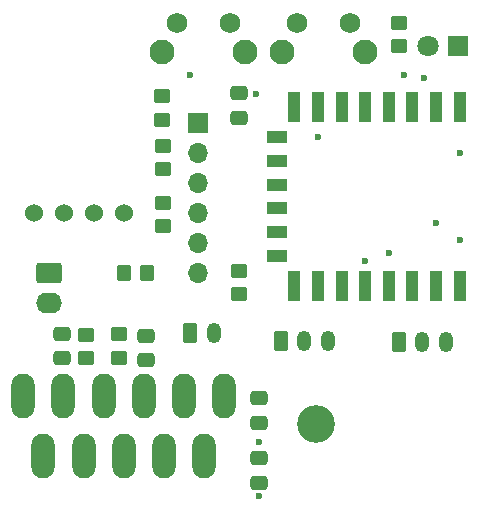
<source format=gbr>
%TF.GenerationSoftware,KiCad,Pcbnew,7.0.7-7.0.7~ubuntu22.04.1*%
%TF.CreationDate,2023-09-11T18:28:41+01:00*%
%TF.ProjectId,Blinder,426c696e-6465-4722-9e6b-696361645f70,rev?*%
%TF.SameCoordinates,Original*%
%TF.FileFunction,Soldermask,Top*%
%TF.FilePolarity,Negative*%
%FSLAX46Y46*%
G04 Gerber Fmt 4.6, Leading zero omitted, Abs format (unit mm)*
G04 Created by KiCad (PCBNEW 7.0.7-7.0.7~ubuntu22.04.1) date 2023-09-11 18:28:41*
%MOMM*%
%LPD*%
G01*
G04 APERTURE LIST*
G04 Aperture macros list*
%AMRoundRect*
0 Rectangle with rounded corners*
0 $1 Rounding radius*
0 $2 $3 $4 $5 $6 $7 $8 $9 X,Y pos of 4 corners*
0 Add a 4 corners polygon primitive as box body*
4,1,4,$2,$3,$4,$5,$6,$7,$8,$9,$2,$3,0*
0 Add four circle primitives for the rounded corners*
1,1,$1+$1,$2,$3*
1,1,$1+$1,$4,$5*
1,1,$1+$1,$6,$7*
1,1,$1+$1,$8,$9*
0 Add four rect primitives between the rounded corners*
20,1,$1+$1,$2,$3,$4,$5,0*
20,1,$1+$1,$4,$5,$6,$7,0*
20,1,$1+$1,$6,$7,$8,$9,0*
20,1,$1+$1,$8,$9,$2,$3,0*%
G04 Aperture macros list end*
%ADD10R,1.800000X1.800000*%
%ADD11C,1.800000*%
%ADD12R,1.000000X2.500000*%
%ADD13R,1.800000X1.000000*%
%ADD14O,2.004000X3.804000*%
%ADD15C,3.200000*%
%ADD16RoundRect,0.250000X-0.350000X-0.625000X0.350000X-0.625000X0.350000X0.625000X-0.350000X0.625000X0*%
%ADD17O,1.200000X1.750000*%
%ADD18C,2.100000*%
%ADD19C,1.750000*%
%ADD20RoundRect,0.250000X0.450000X-0.350000X0.450000X0.350000X-0.450000X0.350000X-0.450000X-0.350000X0*%
%ADD21RoundRect,0.250000X-0.475000X0.337500X-0.475000X-0.337500X0.475000X-0.337500X0.475000X0.337500X0*%
%ADD22O,1.700000X1.700000*%
%ADD23R,1.700000X1.700000*%
%ADD24RoundRect,0.250000X0.475000X-0.337500X0.475000X0.337500X-0.475000X0.337500X-0.475000X-0.337500X0*%
%ADD25O,2.190000X1.740000*%
%ADD26RoundRect,0.250000X-0.845000X0.620000X-0.845000X-0.620000X0.845000X-0.620000X0.845000X0.620000X0*%
%ADD27RoundRect,0.250000X-0.450000X0.350000X-0.450000X-0.350000X0.450000X-0.350000X0.450000X0.350000X0*%
%ADD28C,1.524000*%
%ADD29RoundRect,0.250000X0.350000X0.450000X-0.350000X0.450000X-0.350000X-0.450000X0.350000X-0.450000X0*%
%ADD30C,0.600000*%
G04 APERTURE END LIST*
D10*
%TO.C,D1*%
X74000000Y-24000000D03*
D11*
X71460000Y-24000000D03*
%TD*%
D12*
%TO.C,U2*%
X74168000Y-44323000D03*
X72168000Y-44323000D03*
X70168000Y-44323000D03*
X68168000Y-44323000D03*
X66168000Y-44323000D03*
X64168000Y-44323000D03*
X62168000Y-44323000D03*
X60168000Y-44323000D03*
D13*
X58668000Y-41723000D03*
X58668000Y-39723000D03*
X58668000Y-37723000D03*
X58668000Y-35723000D03*
X58668000Y-33723000D03*
X58668000Y-31723000D03*
D12*
X60168000Y-29123000D03*
X62168000Y-29123000D03*
X64168000Y-29123000D03*
X66168000Y-29123000D03*
X68168000Y-29123000D03*
X70168000Y-29123000D03*
X72168000Y-29123000D03*
X74168000Y-29123000D03*
%TD*%
D14*
%TO.C,IC1*%
X37220000Y-53650000D03*
X38920000Y-58730000D03*
X40620000Y-53650000D03*
X42320000Y-58730000D03*
X44020000Y-53650000D03*
X45720000Y-58730000D03*
X47420000Y-53650000D03*
X49120000Y-58730000D03*
X50820000Y-53650000D03*
X52520000Y-58730000D03*
X54220000Y-53650000D03*
%TD*%
D15*
%TO.C,REF\u002A\u002A*%
X62000000Y-56000000D03*
%TD*%
D16*
%TO.C,J5*%
X51340000Y-48260000D03*
D17*
X53340000Y-48260000D03*
%TD*%
D18*
%TO.C,SW2*%
X48950000Y-24490000D03*
X55960000Y-24490000D03*
D19*
X50200000Y-22000000D03*
X54700000Y-22000000D03*
%TD*%
D20*
%TO.C,R8*%
X42545000Y-48419000D03*
X42545000Y-50419000D03*
%TD*%
D21*
%TO.C,C5*%
X57150000Y-53805000D03*
X57150000Y-55880000D03*
%TD*%
D17*
%TO.C,J3*%
X63000000Y-48980000D03*
X61000000Y-48980000D03*
D16*
X59000000Y-48980000D03*
%TD*%
D20*
%TO.C,R1*%
X49022000Y-32417000D03*
X49022000Y-34417000D03*
%TD*%
D22*
%TO.C,J2*%
X52000000Y-43180000D03*
X52000000Y-40640000D03*
X52000000Y-38100000D03*
X52000000Y-35560000D03*
X52000000Y-33020000D03*
D23*
X52000000Y-30480000D03*
%TD*%
D24*
%TO.C,C2*%
X40513000Y-50419000D03*
X40513000Y-48344000D03*
%TD*%
D17*
%TO.C,J4*%
X73000000Y-49000000D03*
X71000000Y-49000000D03*
D16*
X69000000Y-49000000D03*
%TD*%
D25*
%TO.C,J1*%
X39370000Y-45720000D03*
D26*
X39370000Y-43180000D03*
%TD*%
D27*
%TO.C,R3*%
X49022000Y-39243000D03*
X49022000Y-37243000D03*
%TD*%
D28*
%TO.C,U1*%
X38100000Y-38100000D03*
X40640000Y-38100000D03*
X43180000Y-38100000D03*
X45720000Y-38100000D03*
%TD*%
D24*
%TO.C,C1*%
X55500000Y-30075000D03*
X55500000Y-28000000D03*
%TD*%
D20*
%TO.C,R2*%
X49000000Y-28210000D03*
X49000000Y-30210000D03*
%TD*%
D24*
%TO.C,C4*%
X47625000Y-50567500D03*
X47625000Y-48492500D03*
%TD*%
D21*
%TO.C,C3*%
X57150000Y-58885000D03*
X57150000Y-60960000D03*
%TD*%
D20*
%TO.C,R5*%
X55500000Y-45000000D03*
X55500000Y-43000000D03*
%TD*%
D29*
%TO.C,R4*%
X47720000Y-43180000D03*
X45720000Y-43180000D03*
%TD*%
D20*
%TO.C,R7*%
X45339000Y-48403000D03*
X45339000Y-50403000D03*
%TD*%
%TO.C,R6*%
X69000000Y-22000000D03*
X69000000Y-24000000D03*
%TD*%
D19*
%TO.C,SW1*%
X64894220Y-22001721D03*
X60394220Y-22001721D03*
D18*
X66154220Y-24491721D03*
X59144220Y-24491721D03*
%TD*%
D30*
X71120000Y-26670000D03*
X62168000Y-31688000D03*
X51308000Y-26416000D03*
X69469000Y-26451500D03*
X74168000Y-33020000D03*
X66167000Y-42164000D03*
X72136000Y-38989000D03*
X74168000Y-40386000D03*
X56896000Y-28067000D03*
X68199000Y-41529000D03*
X57150000Y-57531000D03*
X57150000Y-62103000D03*
M02*

</source>
